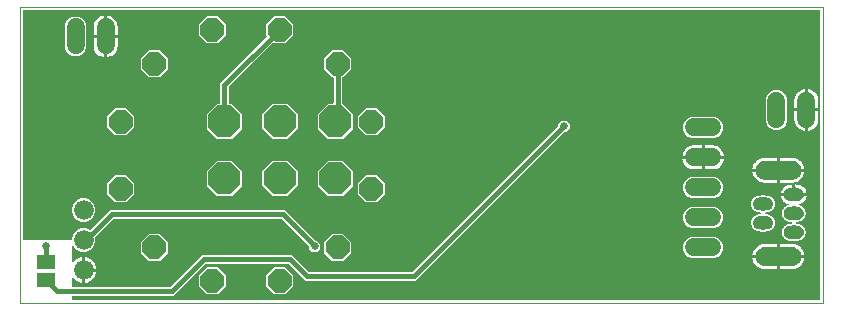
<source format=gbl>
G04 EAGLE Gerber RS-274X export*
G75*
%MOMM*%
%FSLAX34Y34*%
%LPD*%
%INBottom copper*%
%IPPOS*%
%AMOC8*
5,1,8,0,0,1.08239X$1,22.5*%
G01*
%ADD10C,0.000000*%
%ADD11P,2.927973X8X292.500000*%
%ADD12P,2.144431X8X292.500000*%
%ADD13C,1.524000*%
%ADD14R,1.600200X1.168400*%
%ADD15C,1.676400*%
%ADD16C,1.208000*%
%ADD17C,1.600000*%
%ADD18C,0.654800*%
%ADD19C,0.406400*%

G36*
X676890Y2552D02*
X676890Y2552D01*
X676956Y2554D01*
X676999Y2572D01*
X677046Y2580D01*
X677103Y2614D01*
X677163Y2639D01*
X677198Y2670D01*
X677239Y2695D01*
X677281Y2746D01*
X677329Y2790D01*
X677351Y2832D01*
X677380Y2869D01*
X677401Y2931D01*
X677432Y2990D01*
X677440Y3044D01*
X677452Y3081D01*
X677451Y3121D01*
X677459Y3175D01*
X677459Y246825D01*
X677448Y246890D01*
X677446Y246956D01*
X677428Y246999D01*
X677420Y247046D01*
X677386Y247103D01*
X677361Y247163D01*
X677330Y247198D01*
X677305Y247239D01*
X677254Y247281D01*
X677210Y247329D01*
X677168Y247351D01*
X677131Y247380D01*
X677069Y247401D01*
X677010Y247432D01*
X676956Y247440D01*
X676919Y247452D01*
X676879Y247451D01*
X676825Y247459D01*
X3175Y247459D01*
X3110Y247448D01*
X3044Y247446D01*
X3001Y247428D01*
X2954Y247420D01*
X2897Y247386D01*
X2837Y247361D01*
X2802Y247330D01*
X2761Y247305D01*
X2719Y247254D01*
X2671Y247210D01*
X2649Y247168D01*
X2620Y247131D01*
X2599Y247069D01*
X2568Y247010D01*
X2560Y246956D01*
X2548Y246919D01*
X2549Y246879D01*
X2541Y246825D01*
X2541Y53888D01*
X2552Y53823D01*
X2554Y53757D01*
X2572Y53713D01*
X2580Y53667D01*
X2614Y53610D01*
X2639Y53549D01*
X2670Y53514D01*
X2695Y53474D01*
X2746Y53432D01*
X2790Y53384D01*
X2832Y53362D01*
X2869Y53332D01*
X2931Y53311D01*
X2990Y53281D01*
X3044Y53273D01*
X3081Y53260D01*
X3121Y53262D01*
X3175Y53253D01*
X43180Y53253D01*
X43245Y53265D01*
X43311Y53267D01*
X43354Y53285D01*
X43401Y53293D01*
X43458Y53327D01*
X43518Y53351D01*
X43553Y53383D01*
X43594Y53407D01*
X43636Y53458D01*
X43684Y53503D01*
X43706Y53545D01*
X43735Y53581D01*
X43756Y53644D01*
X43787Y53702D01*
X43795Y53757D01*
X43807Y53794D01*
X43807Y53819D01*
X43807Y53821D01*
X43807Y53838D01*
X43814Y53888D01*
X43814Y54930D01*
X45323Y58571D01*
X48109Y61357D01*
X51750Y62866D01*
X55692Y62866D01*
X59061Y61470D01*
X59114Y61458D01*
X59164Y61437D01*
X59223Y61435D01*
X59280Y61422D01*
X59334Y61430D01*
X59388Y61427D01*
X59444Y61445D01*
X59503Y61454D01*
X59550Y61479D01*
X59602Y61496D01*
X59659Y61538D01*
X59700Y61560D01*
X59720Y61584D01*
X59752Y61607D01*
X76314Y78169D01*
X223961Y78169D01*
X249571Y52560D01*
X249605Y52535D01*
X249634Y52504D01*
X249697Y52472D01*
X249755Y52431D01*
X249796Y52421D01*
X249834Y52401D01*
X249923Y52388D01*
X249972Y52375D01*
X249993Y52378D01*
X250019Y52374D01*
X251513Y52374D01*
X254324Y49563D01*
X254324Y45587D01*
X251513Y42776D01*
X247537Y42776D01*
X244726Y45587D01*
X244726Y47081D01*
X244719Y47123D01*
X244721Y47165D01*
X244699Y47232D01*
X244687Y47302D01*
X244665Y47338D01*
X244652Y47379D01*
X244598Y47452D01*
X244572Y47495D01*
X244556Y47508D01*
X244540Y47529D01*
X221200Y70870D01*
X221169Y70892D01*
X221153Y70910D01*
X221150Y70911D01*
X221136Y70926D01*
X221074Y70958D01*
X221016Y70998D01*
X220975Y71009D01*
X220937Y71028D01*
X220847Y71041D01*
X220799Y71054D01*
X220778Y71052D01*
X220752Y71056D01*
X79523Y71056D01*
X79482Y71048D01*
X79439Y71050D01*
X79372Y71029D01*
X79303Y71016D01*
X79266Y70995D01*
X79226Y70982D01*
X79153Y70928D01*
X79109Y70902D01*
X79099Y70889D01*
X79093Y70886D01*
X79089Y70880D01*
X79075Y70870D01*
X63783Y55578D01*
X63752Y55534D01*
X63713Y55495D01*
X63688Y55442D01*
X63655Y55394D01*
X63641Y55341D01*
X63618Y55292D01*
X63614Y55233D01*
X63599Y55176D01*
X63605Y55123D01*
X63600Y55069D01*
X63617Y54999D01*
X63622Y54953D01*
X63628Y54942D01*
X63628Y50988D01*
X62119Y47347D01*
X59333Y44561D01*
X55692Y43052D01*
X51750Y43052D01*
X48109Y44561D01*
X45322Y47347D01*
X45238Y47552D01*
X45184Y47636D01*
X45132Y47723D01*
X45123Y47731D01*
X45117Y47741D01*
X45036Y47801D01*
X44958Y47865D01*
X44947Y47869D01*
X44937Y47876D01*
X44841Y47904D01*
X44745Y47937D01*
X44734Y47936D01*
X44722Y47940D01*
X44622Y47933D01*
X44521Y47930D01*
X44510Y47926D01*
X44498Y47925D01*
X44406Y47883D01*
X44313Y47846D01*
X44304Y47838D01*
X44294Y47833D01*
X44222Y47762D01*
X44148Y47694D01*
X44142Y47684D01*
X44134Y47675D01*
X44091Y47584D01*
X44045Y47495D01*
X44043Y47482D01*
X44039Y47472D01*
X44035Y47427D01*
X44017Y47309D01*
X44017Y34738D01*
X44022Y34712D01*
X44020Y34686D01*
X44042Y34602D01*
X44057Y34517D01*
X44071Y34494D01*
X44077Y34469D01*
X44127Y34398D01*
X44171Y34324D01*
X44192Y34307D01*
X44207Y34286D01*
X44278Y34237D01*
X44345Y34183D01*
X44371Y34174D01*
X44393Y34159D01*
X44476Y34138D01*
X44558Y34111D01*
X44584Y34112D01*
X44610Y34105D01*
X44696Y34115D01*
X44782Y34117D01*
X44807Y34127D01*
X44833Y34130D01*
X44910Y34169D01*
X44990Y34202D01*
X45010Y34220D01*
X45033Y34232D01*
X45127Y34327D01*
X45156Y34353D01*
X45159Y34359D01*
X45165Y34365D01*
X45390Y34675D01*
X46605Y35890D01*
X47996Y36901D01*
X49528Y37681D01*
X51163Y38213D01*
X52452Y38417D01*
X52452Y28194D01*
X52463Y28129D01*
X52465Y28064D01*
X52483Y28020D01*
X52491Y27973D01*
X52525Y27917D01*
X52550Y27856D01*
X52581Y27821D01*
X52606Y27780D01*
X52657Y27739D01*
X52701Y27690D01*
X52743Y27668D01*
X52780Y27639D01*
X52842Y27618D01*
X52901Y27588D01*
X52955Y27579D01*
X52992Y27567D01*
X53032Y27568D01*
X53086Y27560D01*
X53722Y27560D01*
X53722Y27558D01*
X53086Y27558D01*
X53021Y27546D01*
X52955Y27545D01*
X52912Y27527D01*
X52865Y27518D01*
X52808Y27485D01*
X52748Y27460D01*
X52713Y27428D01*
X52672Y27404D01*
X52631Y27353D01*
X52582Y27309D01*
X52560Y27267D01*
X52531Y27230D01*
X52510Y27168D01*
X52479Y27109D01*
X52471Y27055D01*
X52459Y27018D01*
X52460Y26978D01*
X52452Y26924D01*
X52452Y16701D01*
X51163Y16905D01*
X49528Y17437D01*
X47996Y18217D01*
X46605Y19228D01*
X45390Y20443D01*
X45165Y20753D01*
X45146Y20771D01*
X45132Y20794D01*
X45065Y20848D01*
X45003Y20908D01*
X44979Y20919D01*
X44958Y20935D01*
X44877Y20963D01*
X44797Y20997D01*
X44771Y20999D01*
X44745Y21007D01*
X44659Y21005D01*
X44573Y21009D01*
X44548Y21001D01*
X44521Y21001D01*
X44441Y20968D01*
X44359Y20943D01*
X44338Y20926D01*
X44313Y20916D01*
X44250Y20858D01*
X44181Y20805D01*
X44167Y20783D01*
X44148Y20765D01*
X44108Y20688D01*
X44063Y20615D01*
X44057Y20589D01*
X44045Y20565D01*
X44025Y20433D01*
X44018Y20395D01*
X44019Y20388D01*
X44017Y20380D01*
X44017Y13716D01*
X44029Y13651D01*
X44031Y13585D01*
X44049Y13542D01*
X44057Y13495D01*
X44091Y13438D01*
X44115Y13378D01*
X44147Y13343D01*
X44171Y13302D01*
X44222Y13260D01*
X44267Y13212D01*
X44309Y13190D01*
X44345Y13161D01*
X44408Y13140D01*
X44466Y13109D01*
X44521Y13101D01*
X44558Y13089D01*
X44597Y13090D01*
X44652Y13082D01*
X126852Y13082D01*
X126893Y13089D01*
X126936Y13087D01*
X127003Y13109D01*
X127072Y13121D01*
X127109Y13143D01*
X127149Y13156D01*
X127222Y13210D01*
X127266Y13236D01*
X127279Y13252D01*
X127300Y13268D01*
X154102Y40069D01*
X230073Y40069D01*
X244175Y25968D01*
X244210Y25943D01*
X244238Y25912D01*
X244301Y25880D01*
X244359Y25839D01*
X244400Y25829D01*
X244438Y25809D01*
X244528Y25796D01*
X244576Y25783D01*
X244597Y25786D01*
X244623Y25782D01*
X331639Y25782D01*
X331681Y25789D01*
X331723Y25787D01*
X331790Y25809D01*
X331860Y25821D01*
X331896Y25843D01*
X331937Y25856D01*
X332010Y25910D01*
X332053Y25936D01*
X332066Y25952D01*
X332087Y25968D01*
X455390Y149271D01*
X455415Y149305D01*
X455446Y149334D01*
X455478Y149397D01*
X455519Y149455D01*
X455529Y149496D01*
X455549Y149534D01*
X455562Y149623D01*
X455575Y149672D01*
X455572Y149693D01*
X455576Y149719D01*
X455576Y151213D01*
X458387Y154024D01*
X462363Y154024D01*
X465174Y151213D01*
X465174Y147237D01*
X462363Y144426D01*
X460869Y144426D01*
X460827Y144419D01*
X460785Y144421D01*
X460718Y144399D01*
X460648Y144387D01*
X460612Y144365D01*
X460571Y144352D01*
X460498Y144298D01*
X460455Y144272D01*
X460442Y144256D01*
X460421Y144240D01*
X334848Y18668D01*
X241414Y18668D01*
X239145Y20937D01*
X239145Y20938D01*
X227312Y32770D01*
X227278Y32794D01*
X227249Y32826D01*
X227186Y32858D01*
X227128Y32898D01*
X227087Y32909D01*
X227049Y32928D01*
X226960Y32941D01*
X226911Y32954D01*
X226890Y32952D01*
X226864Y32956D01*
X157311Y32956D01*
X157269Y32948D01*
X157227Y32950D01*
X157160Y32929D01*
X157090Y32916D01*
X157054Y32895D01*
X157013Y32882D01*
X156940Y32828D01*
X156897Y32802D01*
X156884Y32786D01*
X156863Y32770D01*
X130061Y5968D01*
X44652Y5968D01*
X44587Y5957D01*
X44521Y5955D01*
X44477Y5937D01*
X44431Y5929D01*
X44374Y5895D01*
X44313Y5870D01*
X44278Y5839D01*
X44238Y5814D01*
X44196Y5763D01*
X44148Y5719D01*
X44126Y5677D01*
X44096Y5640D01*
X44075Y5578D01*
X44045Y5519D01*
X44037Y5465D01*
X44024Y5428D01*
X44026Y5388D01*
X44017Y5334D01*
X44017Y3175D01*
X44029Y3110D01*
X44031Y3044D01*
X44049Y3001D01*
X44057Y2954D01*
X44091Y2897D01*
X44115Y2837D01*
X44147Y2802D01*
X44171Y2761D01*
X44222Y2719D01*
X44267Y2671D01*
X44309Y2649D01*
X44345Y2620D01*
X44408Y2599D01*
X44466Y2568D01*
X44521Y2560D01*
X44558Y2548D01*
X44597Y2549D01*
X44652Y2541D01*
X676825Y2541D01*
X676890Y2552D01*
G37*
%LPC*%
G36*
X166803Y138302D02*
X166803Y138302D01*
X157987Y147118D01*
X157987Y159587D01*
X166803Y168403D01*
X168847Y168403D01*
X168911Y168414D01*
X168977Y168416D01*
X169021Y168434D01*
X169067Y168442D01*
X169124Y168476D01*
X169185Y168501D01*
X169220Y168532D01*
X169261Y168557D01*
X169302Y168608D01*
X169351Y168652D01*
X169372Y168694D01*
X169402Y168731D01*
X169423Y168793D01*
X169453Y168852D01*
X169461Y168906D01*
X169474Y168943D01*
X169473Y168983D01*
X169481Y169037D01*
X169481Y185685D01*
X208652Y224856D01*
X208689Y224910D01*
X208734Y224958D01*
X208753Y225001D01*
X208780Y225040D01*
X208796Y225104D01*
X208822Y225164D01*
X208824Y225212D01*
X208836Y225257D01*
X208829Y225323D01*
X208832Y225388D01*
X208817Y225433D01*
X208813Y225480D01*
X208783Y225539D01*
X208763Y225602D01*
X208731Y225646D01*
X208713Y225682D01*
X208684Y225709D01*
X208652Y225753D01*
X208267Y226137D01*
X208267Y235607D01*
X214963Y242303D01*
X224433Y242303D01*
X231129Y235607D01*
X231129Y226137D01*
X224433Y219441D01*
X214963Y219441D01*
X214579Y219826D01*
X214525Y219863D01*
X214477Y219908D01*
X214433Y219927D01*
X214395Y219954D01*
X214331Y219970D01*
X214270Y219996D01*
X214223Y219998D01*
X214177Y220010D01*
X214112Y220003D01*
X214046Y220006D01*
X214001Y219992D01*
X213954Y219987D01*
X213895Y219957D01*
X213832Y219937D01*
X213788Y219905D01*
X213753Y219887D01*
X213726Y219858D01*
X213682Y219826D01*
X176780Y182924D01*
X176756Y182889D01*
X176724Y182860D01*
X176692Y182798D01*
X176652Y182740D01*
X176641Y182699D01*
X176622Y182661D01*
X176609Y182571D01*
X176596Y182523D01*
X176598Y182502D01*
X176594Y182476D01*
X176594Y169037D01*
X176606Y168972D01*
X176608Y168906D01*
X176626Y168863D01*
X176634Y168816D01*
X176667Y168759D01*
X176692Y168699D01*
X176724Y168664D01*
X176748Y168623D01*
X176799Y168581D01*
X176844Y168533D01*
X176886Y168511D01*
X176922Y168482D01*
X176984Y168461D01*
X177043Y168430D01*
X177098Y168422D01*
X177135Y168410D01*
X177174Y168411D01*
X177228Y168403D01*
X179272Y168403D01*
X188088Y159587D01*
X188088Y147118D01*
X179272Y138302D01*
X166803Y138302D01*
G37*
%LPD*%
%LPC*%
G36*
X260783Y138302D02*
X260783Y138302D01*
X251967Y147118D01*
X251967Y159587D01*
X260783Y168403D01*
X264783Y168403D01*
X264848Y168414D01*
X264914Y168416D01*
X264957Y168434D01*
X265004Y168442D01*
X265061Y168476D01*
X265121Y168501D01*
X265156Y168532D01*
X265197Y168557D01*
X265239Y168608D01*
X265287Y168652D01*
X265309Y168694D01*
X265338Y168731D01*
X265359Y168793D01*
X265390Y168852D01*
X265398Y168906D01*
X265410Y168943D01*
X265409Y168983D01*
X265417Y169037D01*
X265417Y190359D01*
X265406Y190424D01*
X265404Y190490D01*
X265386Y190533D01*
X265378Y190580D01*
X265344Y190637D01*
X265319Y190697D01*
X265288Y190732D01*
X265263Y190773D01*
X265212Y190815D01*
X265168Y190863D01*
X265126Y190885D01*
X265089Y190914D01*
X265027Y190935D01*
X264968Y190966D01*
X264914Y190974D01*
X264877Y190986D01*
X264837Y190985D01*
X264783Y190993D01*
X264239Y190993D01*
X257543Y197689D01*
X257543Y207159D01*
X264239Y213855D01*
X273709Y213855D01*
X280405Y207159D01*
X280405Y197689D01*
X273709Y190993D01*
X273165Y190993D01*
X273100Y190982D01*
X273034Y190980D01*
X272991Y190962D01*
X272944Y190954D01*
X272887Y190920D01*
X272827Y190895D01*
X272792Y190864D01*
X272751Y190839D01*
X272709Y190788D01*
X272661Y190744D01*
X272639Y190702D01*
X272610Y190665D01*
X272589Y190603D01*
X272558Y190544D01*
X272550Y190490D01*
X272538Y190453D01*
X272539Y190413D01*
X272531Y190359D01*
X272531Y169037D01*
X272542Y168972D01*
X272544Y168906D01*
X272562Y168863D01*
X272570Y168816D01*
X272604Y168759D01*
X272629Y168699D01*
X272660Y168664D01*
X272685Y168623D01*
X272736Y168581D01*
X272780Y168533D01*
X272822Y168511D01*
X272859Y168482D01*
X272921Y168461D01*
X272980Y168430D01*
X273034Y168422D01*
X273071Y168410D01*
X273111Y168411D01*
X273165Y168403D01*
X273252Y168403D01*
X282068Y159587D01*
X282068Y147118D01*
X273252Y138302D01*
X260783Y138302D01*
G37*
%LPD*%
%LPC*%
G36*
X166803Y90042D02*
X166803Y90042D01*
X157987Y98858D01*
X157987Y111327D01*
X166803Y120143D01*
X179272Y120143D01*
X188088Y111327D01*
X188088Y98858D01*
X179272Y90042D01*
X166803Y90042D01*
G37*
%LPD*%
%LPC*%
G36*
X213793Y90042D02*
X213793Y90042D01*
X204977Y98858D01*
X204977Y111327D01*
X213793Y120143D01*
X226262Y120143D01*
X235078Y111327D01*
X235078Y98858D01*
X226262Y90042D01*
X213793Y90042D01*
G37*
%LPD*%
%LPC*%
G36*
X260783Y90042D02*
X260783Y90042D01*
X251967Y98858D01*
X251967Y111327D01*
X260783Y120143D01*
X273252Y120143D01*
X282068Y111327D01*
X282068Y98858D01*
X273252Y90042D01*
X260783Y90042D01*
G37*
%LPD*%
%LPC*%
G36*
X213718Y138352D02*
X213718Y138352D01*
X204902Y147168D01*
X204902Y159636D01*
X213718Y168452D01*
X226186Y168452D01*
X235002Y159636D01*
X235002Y147168D01*
X226186Y138352D01*
X213718Y138352D01*
G37*
%LPD*%
%LPC*%
G36*
X653520Y52010D02*
X653520Y52010D01*
X652413Y52469D01*
X652383Y52475D01*
X652242Y52513D01*
X651947Y52546D01*
X651916Y52544D01*
X651876Y52550D01*
X651259Y52550D01*
X651211Y52542D01*
X651163Y52543D01*
X651086Y52519D01*
X651039Y52511D01*
X650526Y52690D01*
X650477Y52698D01*
X650388Y52722D01*
X649800Y52788D01*
X649790Y52796D01*
X649756Y52810D01*
X649726Y52830D01*
X649652Y52849D01*
X649581Y52876D01*
X649544Y52877D01*
X649538Y52878D01*
X649032Y53196D01*
X648985Y53215D01*
X648904Y53258D01*
X648345Y53453D01*
X648338Y53464D01*
X648308Y53484D01*
X648283Y53511D01*
X648215Y53546D01*
X648151Y53588D01*
X648116Y53597D01*
X648111Y53599D01*
X647688Y54022D01*
X647646Y54051D01*
X647577Y54111D01*
X647075Y54426D01*
X647071Y54437D01*
X647045Y54464D01*
X647027Y54496D01*
X646969Y54545D01*
X646916Y54600D01*
X646884Y54617D01*
X646879Y54620D01*
X646561Y55127D01*
X646527Y55164D01*
X646472Y55238D01*
X646054Y55656D01*
X646051Y55669D01*
X646033Y55700D01*
X646022Y55735D01*
X645976Y55796D01*
X645937Y55862D01*
X645909Y55885D01*
X645905Y55890D01*
X645708Y56454D01*
X645683Y56498D01*
X645646Y56582D01*
X645331Y57083D01*
X645332Y57096D01*
X645321Y57131D01*
X645318Y57167D01*
X645287Y57237D01*
X645264Y57310D01*
X645241Y57338D01*
X645239Y57344D01*
X645172Y57938D01*
X645158Y57986D01*
X645140Y58076D01*
X644945Y58635D01*
X644948Y58647D01*
X644945Y58684D01*
X644951Y58720D01*
X644936Y58795D01*
X644929Y58871D01*
X644914Y58904D01*
X644912Y58910D01*
X644979Y59504D01*
X644976Y59554D01*
X644979Y59646D01*
X644913Y60234D01*
X644919Y60245D01*
X644924Y60282D01*
X644938Y60315D01*
X644940Y60392D01*
X644950Y60467D01*
X644943Y60503D01*
X644943Y60509D01*
X645140Y61074D01*
X645148Y61123D01*
X645172Y61212D01*
X645238Y61800D01*
X645246Y61810D01*
X645260Y61844D01*
X645280Y61874D01*
X645299Y61948D01*
X645326Y62019D01*
X645327Y62056D01*
X645328Y62062D01*
X645646Y62568D01*
X645665Y62615D01*
X645708Y62696D01*
X645903Y63255D01*
X645914Y63262D01*
X645934Y63292D01*
X645961Y63317D01*
X645996Y63385D01*
X646038Y63449D01*
X646047Y63484D01*
X646049Y63489D01*
X646472Y63912D01*
X646501Y63954D01*
X646561Y64023D01*
X646876Y64525D01*
X646888Y64530D01*
X646914Y64555D01*
X646946Y64573D01*
X646995Y64631D01*
X647050Y64684D01*
X647067Y64716D01*
X647070Y64721D01*
X647577Y65039D01*
X647614Y65073D01*
X647688Y65128D01*
X648106Y65546D01*
X648119Y65549D01*
X648150Y65567D01*
X648185Y65578D01*
X648246Y65624D01*
X648312Y65663D01*
X648335Y65691D01*
X648340Y65695D01*
X648904Y65892D01*
X648948Y65917D01*
X649032Y65954D01*
X649533Y66269D01*
X649546Y66268D01*
X649581Y66279D01*
X649617Y66282D01*
X649687Y66313D01*
X649760Y66336D01*
X649788Y66359D01*
X649794Y66361D01*
X650388Y66428D01*
X650436Y66442D01*
X650526Y66460D01*
X651046Y66642D01*
X651073Y66628D01*
X651074Y66627D01*
X651153Y66616D01*
X651200Y66602D01*
X651226Y66605D01*
X651259Y66600D01*
X651876Y66600D01*
X651877Y66600D01*
X651878Y66600D01*
X651907Y66605D01*
X651947Y66604D01*
X652242Y66637D01*
X652272Y66646D01*
X652413Y66681D01*
X653156Y66989D01*
X653231Y67037D01*
X653310Y67079D01*
X653325Y67097D01*
X653345Y67110D01*
X653399Y67181D01*
X653457Y67248D01*
X653466Y67271D01*
X653480Y67290D01*
X653506Y67375D01*
X653537Y67458D01*
X653537Y67482D01*
X653544Y67505D01*
X653538Y67593D01*
X653539Y67682D01*
X653531Y67705D01*
X653529Y67728D01*
X653493Y67810D01*
X653462Y67893D01*
X653447Y67911D01*
X653437Y67933D01*
X653375Y67996D01*
X653317Y68064D01*
X653294Y68078D01*
X653280Y68093D01*
X653234Y68114D01*
X653156Y68161D01*
X652413Y68469D01*
X652395Y68473D01*
X652391Y68475D01*
X652376Y68477D01*
X652242Y68513D01*
X651947Y68546D01*
X651916Y68544D01*
X651876Y68550D01*
X651259Y68550D01*
X651211Y68542D01*
X651163Y68543D01*
X651086Y68519D01*
X651039Y68511D01*
X650526Y68690D01*
X650477Y68698D01*
X650388Y68722D01*
X649800Y68788D01*
X649790Y68796D01*
X649756Y68810D01*
X649726Y68830D01*
X649652Y68849D01*
X649581Y68876D01*
X649544Y68877D01*
X649538Y68878D01*
X649032Y69196D01*
X648985Y69215D01*
X648904Y69258D01*
X648345Y69453D01*
X648338Y69464D01*
X648308Y69484D01*
X648283Y69511D01*
X648215Y69546D01*
X648151Y69588D01*
X648116Y69597D01*
X648111Y69599D01*
X647688Y70022D01*
X647646Y70051D01*
X647577Y70111D01*
X647075Y70426D01*
X647071Y70437D01*
X647045Y70464D01*
X647027Y70496D01*
X646969Y70545D01*
X646916Y70600D01*
X646884Y70617D01*
X646879Y70620D01*
X646561Y71127D01*
X646527Y71164D01*
X646472Y71238D01*
X646054Y71656D01*
X646051Y71669D01*
X646033Y71700D01*
X646022Y71735D01*
X645976Y71796D01*
X645937Y71862D01*
X645909Y71885D01*
X645905Y71890D01*
X645708Y72454D01*
X645683Y72498D01*
X645646Y72582D01*
X645331Y73083D01*
X645332Y73096D01*
X645321Y73131D01*
X645318Y73167D01*
X645287Y73237D01*
X645264Y73310D01*
X645241Y73338D01*
X645239Y73344D01*
X645172Y73938D01*
X645158Y73986D01*
X645140Y74076D01*
X644945Y74635D01*
X644948Y74647D01*
X644945Y74684D01*
X644951Y74720D01*
X644936Y74795D01*
X644929Y74871D01*
X644914Y74904D01*
X644912Y74910D01*
X644979Y75504D01*
X644976Y75554D01*
X644979Y75646D01*
X644913Y76234D01*
X644919Y76245D01*
X644924Y76282D01*
X644938Y76315D01*
X644940Y76392D01*
X644950Y76467D01*
X644943Y76503D01*
X644943Y76509D01*
X645140Y77074D01*
X645148Y77123D01*
X645172Y77212D01*
X645238Y77800D01*
X645246Y77810D01*
X645260Y77844D01*
X645280Y77874D01*
X645299Y77948D01*
X645326Y78019D01*
X645327Y78056D01*
X645328Y78062D01*
X645646Y78568D01*
X645665Y78615D01*
X645708Y78696D01*
X645903Y79255D01*
X645914Y79262D01*
X645934Y79292D01*
X645961Y79317D01*
X645996Y79385D01*
X646038Y79449D01*
X646047Y79484D01*
X646049Y79489D01*
X646472Y79912D01*
X646501Y79954D01*
X646561Y80023D01*
X646876Y80525D01*
X646887Y80529D01*
X646914Y80555D01*
X646946Y80573D01*
X646995Y80631D01*
X647050Y80684D01*
X647067Y80716D01*
X647070Y80721D01*
X647577Y81039D01*
X647614Y81073D01*
X647688Y81128D01*
X648106Y81546D01*
X648119Y81549D01*
X648150Y81567D01*
X648185Y81578D01*
X648246Y81624D01*
X648312Y81663D01*
X648335Y81691D01*
X648340Y81695D01*
X648904Y81892D01*
X648948Y81917D01*
X649032Y81954D01*
X649533Y82269D01*
X649546Y82268D01*
X649581Y82279D01*
X649617Y82282D01*
X649687Y82313D01*
X649760Y82336D01*
X649788Y82359D01*
X649794Y82361D01*
X650388Y82428D01*
X650427Y82440D01*
X650438Y82439D01*
X650460Y82447D01*
X650526Y82460D01*
X650547Y82467D01*
X650580Y82485D01*
X650603Y82492D01*
X650615Y82501D01*
X650650Y82514D01*
X650694Y82550D01*
X650743Y82577D01*
X650779Y82621D01*
X650823Y82657D01*
X650851Y82706D01*
X650887Y82749D01*
X650906Y82802D01*
X650935Y82851D01*
X650944Y82907D01*
X650963Y82960D01*
X650963Y83017D01*
X650972Y83073D01*
X650961Y83128D01*
X650961Y83184D01*
X650941Y83237D01*
X650930Y83293D01*
X650901Y83341D01*
X650881Y83394D01*
X650843Y83436D01*
X650814Y83485D01*
X650770Y83520D01*
X650732Y83562D01*
X650682Y83589D01*
X650638Y83624D01*
X650575Y83647D01*
X650535Y83669D01*
X650503Y83673D01*
X650462Y83688D01*
X649679Y83843D01*
X648630Y84278D01*
X648216Y84449D01*
X647108Y85190D01*
X646899Y85329D01*
X645779Y86449D01*
X644899Y87766D01*
X644293Y89230D01*
X644079Y90306D01*
X646678Y90306D01*
X646679Y90298D01*
X647049Y89241D01*
X647071Y89204D01*
X647097Y89140D01*
X647693Y88192D01*
X647723Y88161D01*
X647763Y88105D01*
X648555Y87313D01*
X648591Y87289D01*
X648642Y87243D01*
X649590Y86647D01*
X649630Y86632D01*
X649691Y86599D01*
X650748Y86229D01*
X650790Y86223D01*
X650857Y86204D01*
X651969Y86079D01*
X651994Y86081D01*
X652025Y86076D01*
X658025Y86076D01*
X658049Y86081D01*
X658081Y86079D01*
X659194Y86204D01*
X659235Y86218D01*
X659302Y86229D01*
X660359Y86599D01*
X660380Y86611D01*
X660396Y86615D01*
X660419Y86630D01*
X660460Y86647D01*
X661408Y87243D01*
X661439Y87273D01*
X661495Y87313D01*
X662287Y88105D01*
X662311Y88141D01*
X662357Y88192D01*
X662953Y89140D01*
X662968Y89180D01*
X663001Y89241D01*
X663371Y90298D01*
X663372Y90306D01*
X665971Y90306D01*
X665757Y89230D01*
X665151Y87766D01*
X664271Y86449D01*
X663151Y85329D01*
X661834Y84449D01*
X660370Y83843D01*
X659588Y83688D01*
X659535Y83667D01*
X659479Y83656D01*
X659432Y83626D01*
X659380Y83606D01*
X659337Y83568D01*
X659288Y83538D01*
X659254Y83493D01*
X659212Y83456D01*
X659186Y83406D01*
X659151Y83360D01*
X659134Y83307D01*
X659108Y83258D01*
X659100Y83201D01*
X659083Y83146D01*
X659086Y83091D01*
X659079Y83035D01*
X659091Y82979D01*
X659094Y82922D01*
X659116Y82871D01*
X659129Y82817D01*
X659160Y82769D01*
X659183Y82716D01*
X659221Y82676D01*
X659252Y82629D01*
X659298Y82595D01*
X659338Y82554D01*
X659397Y82523D01*
X659433Y82496D01*
X659465Y82487D01*
X659481Y82476D01*
X659489Y82474D01*
X659504Y82467D01*
X659525Y82459D01*
X659574Y82451D01*
X659662Y82428D01*
X660250Y82362D01*
X660260Y82354D01*
X660294Y82340D01*
X660324Y82320D01*
X660398Y82301D01*
X660469Y82274D01*
X660506Y82273D01*
X660512Y82272D01*
X661018Y81954D01*
X661065Y81935D01*
X661146Y81892D01*
X661705Y81697D01*
X661712Y81686D01*
X661742Y81666D01*
X661767Y81639D01*
X661835Y81604D01*
X661899Y81562D01*
X661934Y81553D01*
X661939Y81551D01*
X662362Y81128D01*
X662404Y81099D01*
X662473Y81039D01*
X662975Y80724D01*
X662979Y80713D01*
X663005Y80686D01*
X663023Y80654D01*
X663081Y80605D01*
X663134Y80550D01*
X663166Y80533D01*
X663171Y80530D01*
X663489Y80023D01*
X663523Y79986D01*
X663578Y79912D01*
X663996Y79494D01*
X663999Y79481D01*
X664017Y79450D01*
X664028Y79415D01*
X664074Y79354D01*
X664113Y79288D01*
X664141Y79265D01*
X664145Y79260D01*
X664342Y78696D01*
X664367Y78652D01*
X664404Y78568D01*
X664719Y78067D01*
X664718Y78054D01*
X664729Y78019D01*
X664732Y77983D01*
X664763Y77913D01*
X664786Y77840D01*
X664809Y77812D01*
X664811Y77806D01*
X664878Y77212D01*
X664892Y77164D01*
X664910Y77074D01*
X665105Y76515D01*
X665102Y76503D01*
X665105Y76466D01*
X665099Y76430D01*
X665114Y76355D01*
X665121Y76279D01*
X665136Y76246D01*
X665138Y76240D01*
X665071Y75646D01*
X665074Y75596D01*
X665071Y75504D01*
X665137Y74916D01*
X665131Y74905D01*
X665126Y74868D01*
X665112Y74835D01*
X665110Y74758D01*
X665100Y74683D01*
X665107Y74647D01*
X665107Y74641D01*
X664910Y74076D01*
X664902Y74027D01*
X664878Y73938D01*
X664812Y73350D01*
X664804Y73340D01*
X664790Y73306D01*
X664770Y73276D01*
X664751Y73202D01*
X664724Y73131D01*
X664723Y73094D01*
X664722Y73088D01*
X664404Y72582D01*
X664385Y72535D01*
X664342Y72454D01*
X664147Y71895D01*
X664136Y71888D01*
X664116Y71858D01*
X664089Y71833D01*
X664054Y71765D01*
X664012Y71701D01*
X664003Y71666D01*
X664001Y71661D01*
X663578Y71238D01*
X663549Y71196D01*
X663489Y71127D01*
X663174Y70625D01*
X663163Y70621D01*
X663136Y70595D01*
X663104Y70577D01*
X663055Y70519D01*
X663000Y70466D01*
X662984Y70434D01*
X662980Y70429D01*
X662473Y70111D01*
X662436Y70077D01*
X662362Y70022D01*
X661944Y69604D01*
X661931Y69601D01*
X661900Y69583D01*
X661865Y69572D01*
X661804Y69526D01*
X661738Y69487D01*
X661715Y69459D01*
X661710Y69455D01*
X661146Y69258D01*
X661102Y69233D01*
X661018Y69196D01*
X660517Y68881D01*
X660504Y68882D01*
X660469Y68871D01*
X660433Y68868D01*
X660363Y68837D01*
X660290Y68814D01*
X660262Y68791D01*
X660256Y68789D01*
X659662Y68722D01*
X659614Y68708D01*
X659524Y68690D01*
X659004Y68508D01*
X658976Y68523D01*
X658897Y68534D01*
X658850Y68548D01*
X658824Y68545D01*
X658791Y68550D01*
X658174Y68550D01*
X658144Y68545D01*
X658103Y68546D01*
X657808Y68513D01*
X657778Y68504D01*
X657637Y68469D01*
X656894Y68161D01*
X656819Y68113D01*
X656740Y68070D01*
X656725Y68053D01*
X656705Y68040D01*
X656651Y67969D01*
X656593Y67902D01*
X656584Y67879D01*
X656570Y67860D01*
X656545Y67775D01*
X656513Y67692D01*
X656513Y67668D01*
X656506Y67645D01*
X656512Y67556D01*
X656511Y67468D01*
X656519Y67445D01*
X656521Y67422D01*
X656557Y67340D01*
X656588Y67257D01*
X656603Y67239D01*
X656613Y67217D01*
X656675Y67153D01*
X656733Y67086D01*
X656756Y67072D01*
X656770Y67057D01*
X656816Y67036D01*
X656894Y66989D01*
X657637Y66681D01*
X657667Y66675D01*
X657808Y66637D01*
X658103Y66604D01*
X658134Y66606D01*
X658172Y66600D01*
X658173Y66600D01*
X658174Y66600D01*
X658791Y66600D01*
X658839Y66608D01*
X658887Y66607D01*
X658964Y66631D01*
X659011Y66639D01*
X659524Y66460D01*
X659573Y66452D01*
X659662Y66428D01*
X660250Y66362D01*
X660260Y66354D01*
X660294Y66340D01*
X660324Y66320D01*
X660398Y66301D01*
X660469Y66274D01*
X660506Y66273D01*
X660512Y66272D01*
X661018Y65954D01*
X661065Y65935D01*
X661146Y65892D01*
X661705Y65697D01*
X661712Y65686D01*
X661742Y65666D01*
X661767Y65639D01*
X661835Y65604D01*
X661899Y65562D01*
X661934Y65553D01*
X661939Y65551D01*
X662362Y65128D01*
X662404Y65099D01*
X662473Y65039D01*
X662975Y64724D01*
X662979Y64713D01*
X663005Y64686D01*
X663023Y64654D01*
X663081Y64605D01*
X663134Y64550D01*
X663166Y64533D01*
X663171Y64530D01*
X663489Y64023D01*
X663523Y63986D01*
X663578Y63912D01*
X663996Y63494D01*
X663999Y63481D01*
X664017Y63450D01*
X664028Y63415D01*
X664074Y63354D01*
X664113Y63288D01*
X664141Y63265D01*
X664145Y63260D01*
X664342Y62696D01*
X664367Y62652D01*
X664404Y62568D01*
X664719Y62067D01*
X664718Y62054D01*
X664729Y62019D01*
X664732Y61983D01*
X664763Y61913D01*
X664786Y61840D01*
X664809Y61812D01*
X664811Y61806D01*
X664878Y61212D01*
X664892Y61164D01*
X664910Y61074D01*
X665105Y60515D01*
X665102Y60503D01*
X665105Y60466D01*
X665099Y60430D01*
X665114Y60355D01*
X665121Y60279D01*
X665136Y60246D01*
X665138Y60240D01*
X665071Y59646D01*
X665074Y59596D01*
X665071Y59504D01*
X665137Y58916D01*
X665131Y58905D01*
X665126Y58868D01*
X665112Y58835D01*
X665110Y58758D01*
X665100Y58683D01*
X665107Y58647D01*
X665107Y58641D01*
X664910Y58076D01*
X664902Y58027D01*
X664878Y57938D01*
X664812Y57350D01*
X664804Y57340D01*
X664790Y57306D01*
X664770Y57276D01*
X664751Y57202D01*
X664724Y57131D01*
X664723Y57094D01*
X664722Y57088D01*
X664404Y56582D01*
X664385Y56535D01*
X664342Y56454D01*
X664147Y55895D01*
X664136Y55888D01*
X664116Y55858D01*
X664089Y55833D01*
X664054Y55765D01*
X664012Y55701D01*
X664003Y55666D01*
X664001Y55661D01*
X663578Y55238D01*
X663549Y55196D01*
X663489Y55127D01*
X663174Y54625D01*
X663163Y54621D01*
X663136Y54595D01*
X663104Y54577D01*
X663055Y54519D01*
X663000Y54466D01*
X662983Y54434D01*
X662980Y54429D01*
X662473Y54111D01*
X662436Y54077D01*
X662362Y54022D01*
X661944Y53604D01*
X661931Y53601D01*
X661900Y53583D01*
X661865Y53572D01*
X661804Y53526D01*
X661738Y53487D01*
X661715Y53459D01*
X661710Y53455D01*
X661146Y53258D01*
X661117Y53242D01*
X661114Y53241D01*
X661097Y53231D01*
X661018Y53196D01*
X660517Y52881D01*
X660504Y52882D01*
X660469Y52871D01*
X660433Y52868D01*
X660363Y52837D01*
X660290Y52814D01*
X660262Y52791D01*
X660256Y52789D01*
X659662Y52722D01*
X659614Y52708D01*
X659524Y52690D01*
X659004Y52508D01*
X658976Y52523D01*
X658897Y52534D01*
X658850Y52548D01*
X658824Y52545D01*
X658791Y52550D01*
X658174Y52550D01*
X658144Y52545D01*
X658103Y52546D01*
X657808Y52513D01*
X657778Y52504D01*
X657637Y52469D01*
X656530Y52010D01*
X653520Y52010D01*
G37*
%LPD*%
%LPC*%
G36*
X568946Y37555D02*
X568946Y37555D01*
X565585Y38947D01*
X563012Y41520D01*
X561620Y44881D01*
X561620Y48519D01*
X563012Y51880D01*
X565585Y54453D01*
X568946Y55845D01*
X587824Y55845D01*
X591185Y54453D01*
X593758Y51880D01*
X595150Y48519D01*
X595150Y44881D01*
X593758Y41520D01*
X591185Y38947D01*
X587824Y37555D01*
X568946Y37555D01*
G37*
%LPD*%
%LPC*%
G36*
X568946Y139155D02*
X568946Y139155D01*
X565585Y140547D01*
X563012Y143120D01*
X561620Y146481D01*
X561620Y150119D01*
X563012Y153480D01*
X565585Y156053D01*
X568946Y157445D01*
X587824Y157445D01*
X591185Y156053D01*
X593758Y153480D01*
X595150Y150119D01*
X595150Y146481D01*
X593758Y143120D01*
X591185Y140547D01*
X587824Y139155D01*
X568946Y139155D01*
G37*
%LPD*%
%LPC*%
G36*
X568946Y88355D02*
X568946Y88355D01*
X565585Y89747D01*
X563012Y92320D01*
X561620Y95681D01*
X561620Y99319D01*
X563012Y102680D01*
X565585Y105253D01*
X568946Y106645D01*
X587824Y106645D01*
X591185Y105253D01*
X593758Y102680D01*
X595150Y99319D01*
X595150Y95681D01*
X593758Y92320D01*
X591185Y89747D01*
X587824Y88355D01*
X568946Y88355D01*
G37*
%LPD*%
%LPC*%
G36*
X45171Y208660D02*
X45171Y208660D01*
X41810Y210052D01*
X39237Y212625D01*
X37845Y215986D01*
X37845Y234864D01*
X39237Y238225D01*
X41810Y240798D01*
X45171Y242190D01*
X48809Y242190D01*
X52170Y240798D01*
X54743Y238225D01*
X56135Y234864D01*
X56135Y215986D01*
X54743Y212625D01*
X52170Y210052D01*
X48809Y208660D01*
X45171Y208660D01*
G37*
%LPD*%
%LPC*%
G36*
X638561Y146450D02*
X638561Y146450D01*
X635200Y147842D01*
X632627Y150415D01*
X631235Y153776D01*
X631235Y172654D01*
X632627Y176015D01*
X635200Y178588D01*
X638561Y179980D01*
X642199Y179980D01*
X645560Y178588D01*
X648133Y176015D01*
X649525Y172654D01*
X649525Y153776D01*
X648133Y150415D01*
X645560Y147842D01*
X642199Y146450D01*
X638561Y146450D01*
G37*
%LPD*%
%LPC*%
G36*
X568946Y62955D02*
X568946Y62955D01*
X565585Y64347D01*
X563012Y66920D01*
X561620Y70281D01*
X561620Y73919D01*
X563012Y77280D01*
X565585Y79853D01*
X568946Y81245D01*
X587824Y81245D01*
X591185Y79853D01*
X593758Y77280D01*
X595150Y73919D01*
X595150Y70281D01*
X593758Y66920D01*
X591185Y64347D01*
X587824Y62955D01*
X568946Y62955D01*
G37*
%LPD*%
%LPC*%
G36*
X627520Y60010D02*
X627520Y60010D01*
X626413Y60469D01*
X626383Y60475D01*
X626242Y60513D01*
X625947Y60546D01*
X625916Y60544D01*
X625876Y60550D01*
X625259Y60550D01*
X625211Y60542D01*
X625163Y60543D01*
X625086Y60519D01*
X625039Y60511D01*
X624526Y60690D01*
X624477Y60698D01*
X624388Y60722D01*
X623800Y60788D01*
X623790Y60796D01*
X623756Y60810D01*
X623726Y60830D01*
X623652Y60849D01*
X623581Y60876D01*
X623544Y60877D01*
X623538Y60878D01*
X623032Y61196D01*
X622985Y61215D01*
X622904Y61258D01*
X622345Y61453D01*
X622338Y61464D01*
X622308Y61484D01*
X622283Y61511D01*
X622215Y61546D01*
X622151Y61588D01*
X622116Y61597D01*
X622111Y61599D01*
X621688Y62022D01*
X621646Y62051D01*
X621577Y62111D01*
X621075Y62426D01*
X621071Y62437D01*
X621045Y62464D01*
X621027Y62496D01*
X620969Y62545D01*
X620916Y62600D01*
X620884Y62617D01*
X620879Y62620D01*
X620561Y63127D01*
X620527Y63164D01*
X620472Y63238D01*
X620054Y63656D01*
X620051Y63669D01*
X620033Y63700D01*
X620022Y63735D01*
X619976Y63796D01*
X619937Y63862D01*
X619909Y63885D01*
X619905Y63890D01*
X619708Y64454D01*
X619683Y64498D01*
X619646Y64582D01*
X619331Y65083D01*
X619332Y65096D01*
X619321Y65131D01*
X619318Y65167D01*
X619287Y65237D01*
X619264Y65310D01*
X619241Y65338D01*
X619239Y65344D01*
X619172Y65938D01*
X619158Y65986D01*
X619140Y66076D01*
X618945Y66635D01*
X618948Y66647D01*
X618945Y66684D01*
X618951Y66720D01*
X618936Y66795D01*
X618929Y66871D01*
X618914Y66904D01*
X618912Y66910D01*
X618979Y67504D01*
X618976Y67554D01*
X618979Y67646D01*
X618913Y68234D01*
X618919Y68245D01*
X618924Y68282D01*
X618938Y68315D01*
X618940Y68392D01*
X618950Y68467D01*
X618943Y68503D01*
X618943Y68509D01*
X619140Y69074D01*
X619148Y69123D01*
X619172Y69212D01*
X619238Y69800D01*
X619246Y69810D01*
X619260Y69844D01*
X619280Y69874D01*
X619299Y69948D01*
X619326Y70019D01*
X619327Y70056D01*
X619328Y70062D01*
X619646Y70568D01*
X619665Y70615D01*
X619708Y70696D01*
X619903Y71255D01*
X619914Y71262D01*
X619934Y71292D01*
X619961Y71317D01*
X619996Y71385D01*
X620038Y71449D01*
X620047Y71484D01*
X620049Y71489D01*
X620472Y71912D01*
X620501Y71954D01*
X620561Y72023D01*
X620876Y72525D01*
X620887Y72529D01*
X620914Y72555D01*
X620946Y72573D01*
X620995Y72631D01*
X621050Y72684D01*
X621066Y72716D01*
X621070Y72721D01*
X621577Y73039D01*
X621613Y73072D01*
X621654Y73096D01*
X621667Y73112D01*
X621688Y73128D01*
X622106Y73546D01*
X622119Y73549D01*
X622150Y73567D01*
X622185Y73578D01*
X622246Y73624D01*
X622312Y73663D01*
X622335Y73691D01*
X622340Y73695D01*
X622904Y73892D01*
X622948Y73917D01*
X623032Y73954D01*
X623533Y74269D01*
X623546Y74268D01*
X623581Y74279D01*
X623617Y74282D01*
X623687Y74313D01*
X623760Y74336D01*
X623788Y74359D01*
X623794Y74361D01*
X624388Y74428D01*
X624436Y74442D01*
X624526Y74460D01*
X625046Y74642D01*
X625074Y74627D01*
X625153Y74616D01*
X625200Y74602D01*
X625226Y74605D01*
X625259Y74600D01*
X625876Y74600D01*
X625906Y74605D01*
X625947Y74604D01*
X626242Y74637D01*
X626272Y74646D01*
X626413Y74681D01*
X627157Y74989D01*
X627231Y75037D01*
X627310Y75080D01*
X627325Y75097D01*
X627345Y75110D01*
X627399Y75181D01*
X627457Y75248D01*
X627466Y75271D01*
X627480Y75290D01*
X627506Y75375D01*
X627537Y75458D01*
X627537Y75482D01*
X627544Y75505D01*
X627538Y75594D01*
X627539Y75682D01*
X627531Y75705D01*
X627529Y75728D01*
X627493Y75810D01*
X627462Y75893D01*
X627447Y75911D01*
X627437Y75933D01*
X627375Y75997D01*
X627317Y76064D01*
X627295Y76078D01*
X627280Y76093D01*
X627234Y76114D01*
X627156Y76161D01*
X626413Y76469D01*
X626383Y76475D01*
X626242Y76513D01*
X625947Y76546D01*
X625916Y76544D01*
X625876Y76550D01*
X625259Y76550D01*
X625211Y76542D01*
X625163Y76543D01*
X625086Y76519D01*
X625039Y76511D01*
X624526Y76690D01*
X624477Y76698D01*
X624388Y76722D01*
X623800Y76788D01*
X623790Y76796D01*
X623756Y76810D01*
X623726Y76830D01*
X623652Y76849D01*
X623581Y76876D01*
X623544Y76877D01*
X623538Y76878D01*
X623032Y77196D01*
X622985Y77215D01*
X622904Y77258D01*
X622345Y77453D01*
X622338Y77464D01*
X622308Y77484D01*
X622283Y77511D01*
X622215Y77546D01*
X622151Y77588D01*
X622116Y77597D01*
X622111Y77599D01*
X621688Y78022D01*
X621646Y78051D01*
X621577Y78111D01*
X621075Y78426D01*
X621071Y78437D01*
X621045Y78464D01*
X621027Y78496D01*
X620969Y78545D01*
X620916Y78600D01*
X620884Y78617D01*
X620879Y78620D01*
X620561Y79127D01*
X620527Y79164D01*
X620472Y79238D01*
X620054Y79656D01*
X620051Y79669D01*
X620033Y79700D01*
X620022Y79735D01*
X619976Y79796D01*
X619937Y79862D01*
X619909Y79885D01*
X619905Y79890D01*
X619708Y80454D01*
X619683Y80498D01*
X619646Y80582D01*
X619331Y81083D01*
X619332Y81096D01*
X619321Y81131D01*
X619318Y81167D01*
X619287Y81237D01*
X619264Y81310D01*
X619241Y81338D01*
X619239Y81344D01*
X619172Y81938D01*
X619158Y81986D01*
X619140Y82076D01*
X618945Y82635D01*
X618948Y82647D01*
X618945Y82684D01*
X618951Y82720D01*
X618936Y82795D01*
X618929Y82871D01*
X618914Y82904D01*
X618912Y82910D01*
X618979Y83504D01*
X618976Y83554D01*
X618979Y83646D01*
X618913Y84234D01*
X618919Y84245D01*
X618924Y84282D01*
X618938Y84315D01*
X618940Y84392D01*
X618950Y84467D01*
X618943Y84503D01*
X618943Y84509D01*
X619140Y85074D01*
X619148Y85123D01*
X619172Y85212D01*
X619238Y85800D01*
X619246Y85810D01*
X619260Y85844D01*
X619280Y85874D01*
X619299Y85948D01*
X619326Y86019D01*
X619327Y86056D01*
X619328Y86062D01*
X619646Y86568D01*
X619652Y86581D01*
X619659Y86590D01*
X619671Y86626D01*
X619708Y86696D01*
X619903Y87255D01*
X619914Y87262D01*
X619934Y87292D01*
X619961Y87317D01*
X619996Y87385D01*
X620038Y87449D01*
X620047Y87484D01*
X620049Y87489D01*
X620472Y87912D01*
X620501Y87954D01*
X620561Y88023D01*
X620876Y88525D01*
X620887Y88529D01*
X620914Y88555D01*
X620946Y88573D01*
X620995Y88631D01*
X621050Y88684D01*
X621067Y88716D01*
X621070Y88721D01*
X621577Y89039D01*
X621614Y89073D01*
X621688Y89128D01*
X622106Y89546D01*
X622119Y89549D01*
X622150Y89567D01*
X622185Y89578D01*
X622246Y89624D01*
X622312Y89663D01*
X622335Y89691D01*
X622340Y89695D01*
X622904Y89892D01*
X622948Y89917D01*
X623032Y89954D01*
X623533Y90269D01*
X623546Y90268D01*
X623581Y90279D01*
X623617Y90282D01*
X623687Y90313D01*
X623760Y90336D01*
X623788Y90359D01*
X623794Y90361D01*
X624388Y90428D01*
X624436Y90442D01*
X624526Y90460D01*
X625046Y90642D01*
X625074Y90627D01*
X625153Y90616D01*
X625200Y90602D01*
X625226Y90605D01*
X625259Y90600D01*
X625876Y90600D01*
X625906Y90605D01*
X625947Y90604D01*
X626242Y90637D01*
X626272Y90646D01*
X626413Y90681D01*
X627520Y91140D01*
X630530Y91140D01*
X631637Y90681D01*
X631667Y90675D01*
X631808Y90637D01*
X632103Y90604D01*
X632134Y90606D01*
X632174Y90600D01*
X632791Y90600D01*
X632839Y90608D01*
X632887Y90607D01*
X632964Y90631D01*
X633011Y90639D01*
X633524Y90460D01*
X633573Y90452D01*
X633662Y90428D01*
X634250Y90362D01*
X634260Y90354D01*
X634294Y90340D01*
X634324Y90320D01*
X634398Y90301D01*
X634469Y90274D01*
X634506Y90273D01*
X634512Y90272D01*
X635018Y89954D01*
X635065Y89935D01*
X635146Y89892D01*
X635705Y89697D01*
X635712Y89686D01*
X635742Y89666D01*
X635767Y89639D01*
X635835Y89604D01*
X635899Y89562D01*
X635934Y89553D01*
X635939Y89551D01*
X636362Y89128D01*
X636404Y89099D01*
X636473Y89039D01*
X636975Y88724D01*
X636980Y88712D01*
X637005Y88686D01*
X637023Y88654D01*
X637081Y88605D01*
X637134Y88550D01*
X637166Y88533D01*
X637171Y88530D01*
X637489Y88023D01*
X637523Y87986D01*
X637578Y87912D01*
X637996Y87494D01*
X637999Y87481D01*
X638017Y87450D01*
X638028Y87415D01*
X638074Y87354D01*
X638113Y87288D01*
X638141Y87265D01*
X638145Y87260D01*
X638342Y86696D01*
X638367Y86652D01*
X638404Y86568D01*
X638719Y86067D01*
X638718Y86054D01*
X638729Y86019D01*
X638732Y85983D01*
X638763Y85913D01*
X638786Y85840D01*
X638809Y85812D01*
X638811Y85806D01*
X638878Y85212D01*
X638892Y85164D01*
X638910Y85074D01*
X639105Y84515D01*
X639102Y84503D01*
X639105Y84466D01*
X639099Y84430D01*
X639114Y84355D01*
X639121Y84279D01*
X639136Y84246D01*
X639138Y84240D01*
X639071Y83646D01*
X639074Y83596D01*
X639071Y83504D01*
X639137Y82916D01*
X639131Y82905D01*
X639126Y82868D01*
X639112Y82835D01*
X639110Y82758D01*
X639100Y82683D01*
X639107Y82647D01*
X639107Y82641D01*
X638910Y82076D01*
X638902Y82027D01*
X638878Y81938D01*
X638812Y81350D01*
X638803Y81340D01*
X638790Y81306D01*
X638770Y81276D01*
X638751Y81202D01*
X638724Y81130D01*
X638723Y81094D01*
X638722Y81088D01*
X638404Y80582D01*
X638385Y80535D01*
X638342Y80454D01*
X638147Y79895D01*
X638136Y79888D01*
X638116Y79858D01*
X638089Y79833D01*
X638054Y79765D01*
X638012Y79701D01*
X638003Y79666D01*
X638001Y79661D01*
X637578Y79238D01*
X637549Y79196D01*
X637489Y79127D01*
X637174Y78625D01*
X637163Y78621D01*
X637136Y78595D01*
X637104Y78577D01*
X637055Y78519D01*
X637000Y78466D01*
X636983Y78434D01*
X636980Y78429D01*
X636473Y78111D01*
X636436Y78077D01*
X636362Y78022D01*
X635944Y77604D01*
X635931Y77601D01*
X635900Y77583D01*
X635865Y77572D01*
X635804Y77526D01*
X635738Y77487D01*
X635715Y77459D01*
X635710Y77455D01*
X635146Y77258D01*
X635102Y77233D01*
X635018Y77196D01*
X634517Y76881D01*
X634504Y76882D01*
X634469Y76871D01*
X634433Y76868D01*
X634363Y76837D01*
X634290Y76814D01*
X634262Y76791D01*
X634256Y76789D01*
X633662Y76722D01*
X633614Y76708D01*
X633524Y76690D01*
X633004Y76508D01*
X632976Y76523D01*
X632897Y76534D01*
X632850Y76548D01*
X632824Y76545D01*
X632791Y76550D01*
X632174Y76550D01*
X632144Y76545D01*
X632103Y76546D01*
X631808Y76513D01*
X631778Y76504D01*
X631637Y76469D01*
X630894Y76161D01*
X630819Y76113D01*
X630740Y76071D01*
X630725Y76053D01*
X630705Y76040D01*
X630651Y75969D01*
X630593Y75902D01*
X630584Y75879D01*
X630570Y75860D01*
X630544Y75775D01*
X630513Y75692D01*
X630513Y75668D01*
X630506Y75645D01*
X630512Y75556D01*
X630511Y75468D01*
X630519Y75445D01*
X630521Y75422D01*
X630557Y75340D01*
X630588Y75257D01*
X630603Y75239D01*
X630613Y75217D01*
X630675Y75153D01*
X630733Y75086D01*
X630756Y75072D01*
X630770Y75057D01*
X630816Y75036D01*
X630893Y74989D01*
X631637Y74681D01*
X631667Y74675D01*
X631808Y74637D01*
X632103Y74604D01*
X632134Y74606D01*
X632174Y74600D01*
X632791Y74600D01*
X632839Y74608D01*
X632887Y74607D01*
X632964Y74631D01*
X633011Y74639D01*
X633524Y74460D01*
X633573Y74452D01*
X633662Y74428D01*
X634250Y74362D01*
X634260Y74354D01*
X634294Y74340D01*
X634324Y74320D01*
X634398Y74301D01*
X634469Y74274D01*
X634506Y74273D01*
X634512Y74272D01*
X635018Y73954D01*
X635065Y73935D01*
X635146Y73892D01*
X635705Y73696D01*
X635712Y73686D01*
X635742Y73666D01*
X635767Y73639D01*
X635835Y73604D01*
X635899Y73562D01*
X635934Y73553D01*
X635939Y73551D01*
X636362Y73128D01*
X636397Y73104D01*
X636425Y73073D01*
X636448Y73061D01*
X636473Y73039D01*
X636975Y72724D01*
X636980Y72712D01*
X637005Y72686D01*
X637023Y72654D01*
X637081Y72605D01*
X637134Y72550D01*
X637167Y72533D01*
X637171Y72530D01*
X637489Y72023D01*
X637523Y71986D01*
X637578Y71912D01*
X637996Y71494D01*
X637999Y71481D01*
X638017Y71450D01*
X638028Y71415D01*
X638074Y71354D01*
X638113Y71288D01*
X638141Y71265D01*
X638145Y71260D01*
X638342Y70696D01*
X638367Y70652D01*
X638404Y70568D01*
X638719Y70067D01*
X638718Y70054D01*
X638729Y70019D01*
X638732Y69983D01*
X638763Y69913D01*
X638786Y69840D01*
X638809Y69812D01*
X638811Y69806D01*
X638878Y69212D01*
X638892Y69164D01*
X638910Y69074D01*
X639105Y68515D01*
X639102Y68503D01*
X639105Y68466D01*
X639099Y68430D01*
X639114Y68355D01*
X639121Y68279D01*
X639136Y68246D01*
X639138Y68240D01*
X639071Y67646D01*
X639074Y67596D01*
X639071Y67504D01*
X639137Y66916D01*
X639131Y66905D01*
X639126Y66868D01*
X639112Y66835D01*
X639110Y66758D01*
X639100Y66683D01*
X639107Y66647D01*
X639107Y66641D01*
X638910Y66076D01*
X638902Y66027D01*
X638878Y65938D01*
X638812Y65350D01*
X638804Y65340D01*
X638790Y65306D01*
X638770Y65276D01*
X638751Y65202D01*
X638724Y65131D01*
X638723Y65094D01*
X638722Y65088D01*
X638404Y64582D01*
X638385Y64535D01*
X638342Y64454D01*
X638147Y63895D01*
X638136Y63888D01*
X638116Y63858D01*
X638089Y63833D01*
X638054Y63765D01*
X638012Y63701D01*
X638003Y63666D01*
X638001Y63661D01*
X637578Y63238D01*
X637549Y63196D01*
X637489Y63127D01*
X637174Y62625D01*
X637163Y62621D01*
X637136Y62595D01*
X637104Y62577D01*
X637055Y62519D01*
X637000Y62466D01*
X636983Y62434D01*
X636980Y62429D01*
X636473Y62111D01*
X636436Y62077D01*
X636362Y62022D01*
X635944Y61604D01*
X635931Y61601D01*
X635900Y61583D01*
X635865Y61572D01*
X635804Y61526D01*
X635738Y61487D01*
X635715Y61459D01*
X635710Y61455D01*
X635146Y61258D01*
X635102Y61233D01*
X635018Y61196D01*
X634517Y60881D01*
X634504Y60882D01*
X634469Y60871D01*
X634433Y60868D01*
X634363Y60837D01*
X634290Y60814D01*
X634262Y60791D01*
X634256Y60789D01*
X633662Y60722D01*
X633614Y60708D01*
X633524Y60690D01*
X633004Y60508D01*
X632976Y60523D01*
X632897Y60534D01*
X632850Y60548D01*
X632824Y60545D01*
X632791Y60550D01*
X632174Y60550D01*
X632144Y60545D01*
X632103Y60546D01*
X631808Y60513D01*
X631778Y60504D01*
X631637Y60469D01*
X630530Y60010D01*
X627520Y60010D01*
G37*
%LPD*%
%LPC*%
G36*
X108791Y190993D02*
X108791Y190993D01*
X102095Y197689D01*
X102095Y207159D01*
X108791Y213855D01*
X118261Y213855D01*
X124957Y207159D01*
X124957Y197689D01*
X118261Y190993D01*
X108791Y190993D01*
G37*
%LPD*%
%LPC*%
G36*
X292687Y84821D02*
X292687Y84821D01*
X285991Y91517D01*
X285991Y100987D01*
X292687Y107683D01*
X302157Y107683D01*
X308853Y100987D01*
X308853Y91517D01*
X302157Y84821D01*
X292687Y84821D01*
G37*
%LPD*%
%LPC*%
G36*
X158067Y219441D02*
X158067Y219441D01*
X151371Y226137D01*
X151371Y235607D01*
X158067Y242303D01*
X167537Y242303D01*
X174233Y235607D01*
X174233Y226137D01*
X167537Y219441D01*
X158067Y219441D01*
G37*
%LPD*%
%LPC*%
G36*
X80343Y84821D02*
X80343Y84821D01*
X73647Y91517D01*
X73647Y100987D01*
X80343Y107683D01*
X89813Y107683D01*
X96509Y100987D01*
X96509Y91517D01*
X89813Y84821D01*
X80343Y84821D01*
G37*
%LPD*%
%LPC*%
G36*
X158067Y7097D02*
X158067Y7097D01*
X151371Y13793D01*
X151371Y23263D01*
X158067Y29959D01*
X167537Y29959D01*
X174233Y23263D01*
X174233Y13793D01*
X167537Y7097D01*
X158067Y7097D01*
G37*
%LPD*%
%LPC*%
G36*
X292687Y141717D02*
X292687Y141717D01*
X285991Y148413D01*
X285991Y157883D01*
X292687Y164579D01*
X302157Y164579D01*
X308853Y157883D01*
X308853Y148413D01*
X302157Y141717D01*
X292687Y141717D01*
G37*
%LPD*%
%LPC*%
G36*
X214963Y7097D02*
X214963Y7097D01*
X208267Y13793D01*
X208267Y23263D01*
X214963Y29959D01*
X224433Y29959D01*
X231129Y23263D01*
X231129Y13793D01*
X224433Y7097D01*
X214963Y7097D01*
G37*
%LPD*%
%LPC*%
G36*
X264239Y35545D02*
X264239Y35545D01*
X257543Y42241D01*
X257543Y51711D01*
X264239Y58407D01*
X273709Y58407D01*
X280405Y51711D01*
X280405Y42241D01*
X273709Y35545D01*
X264239Y35545D01*
G37*
%LPD*%
%LPC*%
G36*
X80343Y141717D02*
X80343Y141717D01*
X73647Y148413D01*
X73647Y157883D01*
X80343Y164579D01*
X89813Y164579D01*
X96509Y157883D01*
X96509Y148413D01*
X89813Y141717D01*
X80343Y141717D01*
G37*
%LPD*%
%LPC*%
G36*
X108791Y35545D02*
X108791Y35545D01*
X102095Y42241D01*
X102095Y51711D01*
X108791Y58407D01*
X118261Y58407D01*
X124957Y51711D01*
X124957Y42241D01*
X118261Y35545D01*
X108791Y35545D01*
G37*
%LPD*%
%LPC*%
G36*
X51750Y68452D02*
X51750Y68452D01*
X48109Y69961D01*
X45323Y72747D01*
X43814Y76388D01*
X43814Y80330D01*
X45323Y83971D01*
X48109Y86757D01*
X51750Y88266D01*
X55692Y88266D01*
X59333Y86757D01*
X62119Y83971D01*
X63628Y80330D01*
X63628Y76388D01*
X62119Y72747D01*
X59333Y69961D01*
X55692Y68452D01*
X51750Y68452D01*
G37*
%LPD*%
G36*
X658049Y54081D02*
X658049Y54081D01*
X658081Y54079D01*
X659194Y54204D01*
X659235Y54218D01*
X659302Y54229D01*
X660359Y54599D01*
X660380Y54611D01*
X660396Y54615D01*
X660419Y54630D01*
X660460Y54647D01*
X661408Y55243D01*
X661439Y55273D01*
X661495Y55313D01*
X662287Y56105D01*
X662311Y56141D01*
X662357Y56192D01*
X662953Y57140D01*
X662968Y57180D01*
X663001Y57241D01*
X663371Y58298D01*
X663377Y58340D01*
X663396Y58407D01*
X663521Y59519D01*
X663518Y59554D01*
X663523Y59584D01*
X663519Y59600D01*
X663521Y59631D01*
X663396Y60744D01*
X663382Y60785D01*
X663371Y60852D01*
X663001Y61909D01*
X662979Y61946D01*
X662953Y62010D01*
X662357Y62958D01*
X662327Y62989D01*
X662287Y63045D01*
X661495Y63837D01*
X661459Y63861D01*
X661408Y63907D01*
X660460Y64503D01*
X660420Y64518D01*
X660359Y64551D01*
X659302Y64921D01*
X659260Y64927D01*
X659194Y64946D01*
X658081Y65071D01*
X658056Y65069D01*
X658025Y65074D01*
X652025Y65074D01*
X652001Y65069D01*
X651969Y65071D01*
X650857Y64946D01*
X650815Y64932D01*
X650748Y64921D01*
X649691Y64551D01*
X649654Y64529D01*
X649635Y64521D01*
X649630Y64520D01*
X649626Y64518D01*
X649590Y64503D01*
X648642Y63907D01*
X648611Y63877D01*
X648555Y63837D01*
X647763Y63045D01*
X647739Y63009D01*
X647693Y62958D01*
X647097Y62010D01*
X647082Y61970D01*
X647049Y61909D01*
X646679Y60852D01*
X646673Y60810D01*
X646654Y60744D01*
X646529Y59631D01*
X646533Y59588D01*
X646532Y59584D01*
X646527Y59551D01*
X646530Y59538D01*
X646529Y59519D01*
X646654Y58407D01*
X646668Y58365D01*
X646679Y58298D01*
X647049Y57241D01*
X647071Y57204D01*
X647097Y57140D01*
X647693Y56192D01*
X647723Y56161D01*
X647763Y56105D01*
X648555Y55313D01*
X648591Y55289D01*
X648642Y55243D01*
X649590Y54647D01*
X649630Y54632D01*
X649691Y54599D01*
X650748Y54229D01*
X650790Y54223D01*
X650857Y54204D01*
X651969Y54079D01*
X651994Y54081D01*
X652025Y54076D01*
X658025Y54076D01*
X658049Y54081D01*
G37*
G36*
X632049Y62081D02*
X632049Y62081D01*
X632081Y62079D01*
X633194Y62204D01*
X633235Y62218D01*
X633302Y62229D01*
X634359Y62599D01*
X634380Y62611D01*
X634396Y62615D01*
X634419Y62630D01*
X634460Y62647D01*
X635408Y63243D01*
X635439Y63273D01*
X635495Y63313D01*
X636287Y64105D01*
X636311Y64141D01*
X636357Y64192D01*
X636953Y65140D01*
X636968Y65180D01*
X637001Y65241D01*
X637371Y66298D01*
X637377Y66340D01*
X637396Y66407D01*
X637521Y67519D01*
X637518Y67554D01*
X637523Y67584D01*
X637519Y67600D01*
X637521Y67631D01*
X637396Y68744D01*
X637382Y68785D01*
X637371Y68852D01*
X637001Y69909D01*
X636979Y69946D01*
X636953Y70010D01*
X636357Y70958D01*
X636327Y70989D01*
X636287Y71045D01*
X635495Y71837D01*
X635459Y71861D01*
X635408Y71907D01*
X634460Y72503D01*
X634420Y72518D01*
X634359Y72551D01*
X633302Y72921D01*
X633260Y72927D01*
X633194Y72946D01*
X632081Y73071D01*
X632056Y73069D01*
X632025Y73074D01*
X626025Y73074D01*
X626001Y73069D01*
X625969Y73071D01*
X624857Y72946D01*
X624815Y72932D01*
X624748Y72921D01*
X623691Y72551D01*
X623654Y72529D01*
X623635Y72521D01*
X623630Y72520D01*
X623626Y72518D01*
X623590Y72503D01*
X622642Y71907D01*
X622611Y71877D01*
X622555Y71837D01*
X621763Y71045D01*
X621739Y71009D01*
X621693Y70958D01*
X621097Y70010D01*
X621082Y69970D01*
X621049Y69909D01*
X620679Y68852D01*
X620673Y68810D01*
X620654Y68744D01*
X620529Y67631D01*
X620533Y67588D01*
X620532Y67584D01*
X620527Y67551D01*
X620530Y67538D01*
X620529Y67519D01*
X620654Y66407D01*
X620668Y66365D01*
X620679Y66298D01*
X621049Y65241D01*
X621071Y65204D01*
X621097Y65140D01*
X621693Y64192D01*
X621723Y64161D01*
X621763Y64105D01*
X622555Y63313D01*
X622591Y63289D01*
X622642Y63243D01*
X623590Y62647D01*
X623630Y62632D01*
X623691Y62599D01*
X624748Y62229D01*
X624790Y62223D01*
X624857Y62204D01*
X625969Y62079D01*
X625994Y62081D01*
X626025Y62076D01*
X632025Y62076D01*
X632049Y62081D01*
G37*
G36*
X658049Y70081D02*
X658049Y70081D01*
X658081Y70079D01*
X659194Y70204D01*
X659235Y70218D01*
X659302Y70229D01*
X660359Y70599D01*
X660380Y70611D01*
X660396Y70615D01*
X660419Y70630D01*
X660460Y70647D01*
X661408Y71243D01*
X661439Y71273D01*
X661495Y71313D01*
X662287Y72105D01*
X662311Y72141D01*
X662357Y72192D01*
X662953Y73140D01*
X662968Y73180D01*
X663001Y73241D01*
X663371Y74298D01*
X663377Y74340D01*
X663396Y74407D01*
X663521Y75519D01*
X663518Y75554D01*
X663523Y75584D01*
X663519Y75600D01*
X663521Y75631D01*
X663396Y76744D01*
X663382Y76785D01*
X663371Y76852D01*
X663001Y77909D01*
X662979Y77946D01*
X662953Y78010D01*
X662357Y78958D01*
X662327Y78989D01*
X662287Y79045D01*
X661495Y79837D01*
X661459Y79861D01*
X661408Y79907D01*
X660460Y80503D01*
X660420Y80518D01*
X660359Y80551D01*
X659302Y80921D01*
X659260Y80927D01*
X659194Y80946D01*
X658081Y81071D01*
X658056Y81069D01*
X658025Y81074D01*
X652025Y81074D01*
X652001Y81069D01*
X651969Y81071D01*
X650857Y80946D01*
X650815Y80932D01*
X650748Y80921D01*
X649691Y80551D01*
X649654Y80529D01*
X649635Y80521D01*
X649630Y80520D01*
X649626Y80518D01*
X649590Y80503D01*
X648642Y79907D01*
X648611Y79877D01*
X648555Y79837D01*
X647763Y79045D01*
X647739Y79009D01*
X647693Y78958D01*
X647097Y78010D01*
X647082Y77970D01*
X647049Y77909D01*
X646679Y76852D01*
X646673Y76810D01*
X646654Y76744D01*
X646529Y75631D01*
X646533Y75588D01*
X646532Y75584D01*
X646527Y75551D01*
X646530Y75538D01*
X646529Y75519D01*
X646654Y74407D01*
X646668Y74365D01*
X646679Y74298D01*
X647049Y73241D01*
X647071Y73204D01*
X647097Y73140D01*
X647693Y72192D01*
X647723Y72161D01*
X647763Y72105D01*
X648555Y71313D01*
X648591Y71289D01*
X648642Y71243D01*
X649590Y70647D01*
X649630Y70632D01*
X649691Y70599D01*
X650748Y70229D01*
X650790Y70223D01*
X650857Y70204D01*
X651969Y70079D01*
X651994Y70081D01*
X652025Y70076D01*
X658025Y70076D01*
X658049Y70081D01*
G37*
G36*
X632049Y78081D02*
X632049Y78081D01*
X632081Y78079D01*
X633194Y78204D01*
X633235Y78218D01*
X633302Y78229D01*
X634359Y78599D01*
X634380Y78611D01*
X634396Y78615D01*
X634419Y78630D01*
X634460Y78647D01*
X635408Y79243D01*
X635439Y79273D01*
X635495Y79313D01*
X636287Y80105D01*
X636311Y80141D01*
X636357Y80192D01*
X636953Y81140D01*
X636968Y81180D01*
X637001Y81241D01*
X637371Y82298D01*
X637377Y82340D01*
X637396Y82407D01*
X637521Y83519D01*
X637518Y83554D01*
X637523Y83584D01*
X637519Y83600D01*
X637521Y83631D01*
X637396Y84744D01*
X637382Y84785D01*
X637371Y84852D01*
X637001Y85909D01*
X636979Y85946D01*
X636953Y86010D01*
X636357Y86958D01*
X636327Y86989D01*
X636287Y87045D01*
X635495Y87837D01*
X635459Y87861D01*
X635408Y87907D01*
X634460Y88503D01*
X634420Y88518D01*
X634359Y88551D01*
X633302Y88921D01*
X633260Y88927D01*
X633194Y88946D01*
X632081Y89071D01*
X632056Y89069D01*
X632025Y89074D01*
X626025Y89074D01*
X626001Y89069D01*
X625969Y89071D01*
X624857Y88946D01*
X624815Y88932D01*
X624748Y88921D01*
X623691Y88551D01*
X623654Y88529D01*
X623635Y88521D01*
X623630Y88520D01*
X623626Y88518D01*
X623590Y88503D01*
X622642Y87907D01*
X622611Y87877D01*
X622555Y87837D01*
X621763Y87045D01*
X621739Y87009D01*
X621693Y86958D01*
X621097Y86010D01*
X621082Y85970D01*
X621049Y85909D01*
X620679Y84852D01*
X620673Y84810D01*
X620654Y84744D01*
X620529Y83631D01*
X620533Y83588D01*
X620532Y83584D01*
X620527Y83551D01*
X620530Y83538D01*
X620529Y83519D01*
X620654Y82407D01*
X620668Y82365D01*
X620679Y82298D01*
X621049Y81241D01*
X621071Y81204D01*
X621097Y81140D01*
X621693Y80192D01*
X621723Y80161D01*
X621763Y80105D01*
X622555Y79313D01*
X622591Y79289D01*
X622642Y79243D01*
X623590Y78647D01*
X623630Y78632D01*
X623691Y78599D01*
X624748Y78229D01*
X624790Y78223D01*
X624857Y78204D01*
X625969Y78079D01*
X625994Y78081D01*
X626025Y78076D01*
X632025Y78076D01*
X632049Y78081D01*
G37*
%LPC*%
G36*
X667049Y164484D02*
X667049Y164484D01*
X667049Y180921D01*
X668159Y180746D01*
X669680Y180251D01*
X671105Y179525D01*
X672399Y178585D01*
X673530Y177454D01*
X674470Y176160D01*
X675196Y174735D01*
X675691Y173214D01*
X675941Y171635D01*
X675941Y164484D01*
X667049Y164484D01*
G37*
%LPD*%
%LPC*%
G36*
X73659Y226694D02*
X73659Y226694D01*
X73659Y243131D01*
X74769Y242956D01*
X76290Y242461D01*
X77715Y241735D01*
X79009Y240795D01*
X80140Y239664D01*
X81080Y238370D01*
X81806Y236945D01*
X82301Y235424D01*
X82551Y233845D01*
X82551Y226694D01*
X73659Y226694D01*
G37*
%LPD*%
%LPC*%
G36*
X579654Y124169D02*
X579654Y124169D01*
X579654Y133061D01*
X586805Y133061D01*
X588384Y132811D01*
X589905Y132316D01*
X591330Y131590D01*
X592624Y130650D01*
X593755Y129519D01*
X594695Y128225D01*
X595421Y126800D01*
X595916Y125279D01*
X596091Y124169D01*
X579654Y124169D01*
G37*
%LPD*%
%LPC*%
G36*
X560679Y124169D02*
X560679Y124169D01*
X560854Y125279D01*
X561349Y126800D01*
X562075Y128225D01*
X563015Y129519D01*
X564146Y130650D01*
X565440Y131590D01*
X566865Y132316D01*
X568386Y132811D01*
X569965Y133061D01*
X577116Y133061D01*
X577116Y124169D01*
X560679Y124169D01*
G37*
%LPD*%
%LPC*%
G36*
X667049Y161946D02*
X667049Y161946D01*
X675941Y161946D01*
X675941Y154795D01*
X675691Y153216D01*
X675196Y151695D01*
X674470Y150270D01*
X673530Y148976D01*
X672399Y147845D01*
X671105Y146905D01*
X669680Y146179D01*
X668159Y145684D01*
X667049Y145509D01*
X667049Y161946D01*
G37*
%LPD*%
%LPC*%
G36*
X73659Y224156D02*
X73659Y224156D01*
X82551Y224156D01*
X82551Y217005D01*
X82301Y215426D01*
X81806Y213905D01*
X81080Y212480D01*
X80140Y211186D01*
X79009Y210055D01*
X77715Y209115D01*
X76290Y208389D01*
X74769Y207894D01*
X73659Y207719D01*
X73659Y224156D01*
G37*
%LPD*%
%LPC*%
G36*
X62229Y226694D02*
X62229Y226694D01*
X62229Y233845D01*
X62479Y235424D01*
X62974Y236945D01*
X63700Y238370D01*
X64640Y239664D01*
X65771Y240795D01*
X67065Y241735D01*
X68490Y242461D01*
X70011Y242956D01*
X71121Y243131D01*
X71121Y226694D01*
X62229Y226694D01*
G37*
%LPD*%
%LPC*%
G36*
X579654Y112739D02*
X579654Y112739D01*
X579654Y121631D01*
X596091Y121631D01*
X595916Y120521D01*
X595421Y119000D01*
X594695Y117575D01*
X593755Y116281D01*
X592624Y115150D01*
X591330Y114210D01*
X589905Y113484D01*
X588384Y112989D01*
X586805Y112739D01*
X579654Y112739D01*
G37*
%LPD*%
%LPC*%
G36*
X655619Y164484D02*
X655619Y164484D01*
X655619Y171635D01*
X655869Y173214D01*
X656364Y174735D01*
X657090Y176160D01*
X658030Y177454D01*
X659161Y178585D01*
X660455Y179525D01*
X661880Y180251D01*
X663401Y180746D01*
X664511Y180921D01*
X664511Y164484D01*
X655619Y164484D01*
G37*
%LPD*%
%LPC*%
G36*
X569965Y112739D02*
X569965Y112739D01*
X568386Y112989D01*
X566865Y113484D01*
X565440Y114210D01*
X564146Y115150D01*
X563015Y116281D01*
X562075Y117575D01*
X561349Y119000D01*
X560854Y120521D01*
X560679Y121631D01*
X577116Y121631D01*
X577116Y112739D01*
X569965Y112739D01*
G37*
%LPD*%
%LPC*%
G36*
X663401Y145684D02*
X663401Y145684D01*
X661880Y146179D01*
X660455Y146905D01*
X659161Y147845D01*
X658030Y148976D01*
X657090Y150270D01*
X656364Y151695D01*
X655869Y153216D01*
X655619Y154795D01*
X655619Y161946D01*
X664511Y161946D01*
X664511Y145509D01*
X663401Y145684D01*
G37*
%LPD*%
%LPC*%
G36*
X70011Y207894D02*
X70011Y207894D01*
X68490Y208389D01*
X67065Y209115D01*
X65771Y210055D01*
X64640Y211186D01*
X63700Y212480D01*
X62974Y213905D01*
X62479Y215426D01*
X62229Y217005D01*
X62229Y224156D01*
X71121Y224156D01*
X71121Y207719D01*
X70011Y207894D01*
G37*
%LPD*%
%LPC*%
G36*
X54990Y28828D02*
X54990Y28828D01*
X54990Y38417D01*
X56279Y38213D01*
X57914Y37681D01*
X59446Y36901D01*
X60837Y35890D01*
X62052Y34675D01*
X63063Y33284D01*
X63843Y31752D01*
X64375Y30117D01*
X64579Y28828D01*
X54990Y28828D01*
G37*
%LPD*%
%LPC*%
G36*
X54990Y26290D02*
X54990Y26290D01*
X64579Y26290D01*
X64375Y25001D01*
X63843Y23366D01*
X63063Y21834D01*
X62052Y20443D01*
X60837Y19228D01*
X59446Y18217D01*
X57914Y17437D01*
X56279Y16905D01*
X54990Y16701D01*
X54990Y26290D01*
G37*
%LPD*%
%LPC*%
G36*
X629603Y28534D02*
X629603Y28534D01*
X627786Y28855D01*
X626884Y29183D01*
X626053Y29485D01*
X625088Y30043D01*
X624456Y30408D01*
X623043Y31593D01*
X621858Y33006D01*
X620935Y34603D01*
X620305Y36336D01*
X620045Y37806D01*
X622648Y37806D01*
X622672Y37563D01*
X622684Y37525D01*
X622691Y37467D01*
X623118Y36060D01*
X623137Y36025D01*
X623156Y35970D01*
X623849Y34673D01*
X623874Y34642D01*
X623903Y34592D01*
X624836Y33455D01*
X624867Y33430D01*
X624905Y33386D01*
X626042Y32453D01*
X626077Y32434D01*
X626123Y32399D01*
X627420Y31706D01*
X627458Y31694D01*
X627510Y31668D01*
X628917Y31241D01*
X628956Y31238D01*
X629013Y31222D01*
X630476Y31078D01*
X630498Y31080D01*
X630525Y31076D01*
X640756Y31076D01*
X640756Y28534D01*
X629603Y28534D01*
G37*
%LPD*%
%LPC*%
G36*
X629603Y101534D02*
X629603Y101534D01*
X627786Y101855D01*
X626352Y102376D01*
X626053Y102485D01*
X624654Y103293D01*
X624456Y103408D01*
X623043Y104593D01*
X621858Y106006D01*
X620935Y107603D01*
X620305Y109336D01*
X620045Y110806D01*
X622648Y110806D01*
X622672Y110563D01*
X622684Y110525D01*
X622691Y110467D01*
X623118Y109060D01*
X623137Y109025D01*
X623156Y108970D01*
X623849Y107673D01*
X623874Y107642D01*
X623903Y107592D01*
X624836Y106455D01*
X624867Y106430D01*
X624905Y106386D01*
X626042Y105453D01*
X626077Y105434D01*
X626123Y105399D01*
X627420Y104706D01*
X627458Y104694D01*
X627510Y104668D01*
X628917Y104241D01*
X628956Y104238D01*
X629013Y104222D01*
X630476Y104078D01*
X630498Y104080D01*
X630525Y104076D01*
X640756Y104076D01*
X640756Y101534D01*
X629603Y101534D01*
G37*
%LPD*%
%LPC*%
G36*
X643294Y101534D02*
X643294Y101534D01*
X643294Y104076D01*
X653525Y104076D01*
X653546Y104080D01*
X653574Y104078D01*
X655037Y104222D01*
X655075Y104234D01*
X655133Y104241D01*
X656540Y104668D01*
X656575Y104687D01*
X656630Y104706D01*
X657927Y105399D01*
X657958Y105424D01*
X658009Y105453D01*
X659145Y106386D01*
X659170Y106417D01*
X659214Y106455D01*
X660147Y107592D01*
X660166Y107627D01*
X660201Y107673D01*
X660894Y108970D01*
X660906Y109008D01*
X660932Y109060D01*
X661359Y110467D01*
X661362Y110506D01*
X661378Y110563D01*
X661402Y110806D01*
X664005Y110806D01*
X663745Y109336D01*
X663115Y107603D01*
X662192Y106006D01*
X661007Y104593D01*
X659594Y103408D01*
X657997Y102485D01*
X656264Y101855D01*
X654447Y101534D01*
X643294Y101534D01*
G37*
%LPD*%
%LPC*%
G36*
X643294Y28534D02*
X643294Y28534D01*
X643294Y31076D01*
X653525Y31076D01*
X653546Y31080D01*
X653574Y31078D01*
X655037Y31222D01*
X655075Y31234D01*
X655133Y31241D01*
X656540Y31668D01*
X656575Y31687D01*
X656630Y31706D01*
X657927Y32399D01*
X657958Y32424D01*
X658009Y32453D01*
X659145Y33386D01*
X659170Y33417D01*
X659214Y33455D01*
X660147Y34592D01*
X660166Y34627D01*
X660201Y34673D01*
X660894Y35970D01*
X660906Y36008D01*
X660932Y36060D01*
X661359Y37467D01*
X661362Y37506D01*
X661378Y37563D01*
X661402Y37806D01*
X664005Y37806D01*
X663745Y36336D01*
X663115Y34603D01*
X662192Y33006D01*
X661007Y31593D01*
X659594Y30408D01*
X657997Y29485D01*
X656264Y28855D01*
X654447Y28534D01*
X643294Y28534D01*
G37*
%LPD*%
%LPC*%
G36*
X620045Y113344D02*
X620045Y113344D01*
X620305Y114814D01*
X620753Y116045D01*
X620935Y116547D01*
X621651Y117787D01*
X621858Y118144D01*
X622824Y119296D01*
X623043Y119557D01*
X624456Y120742D01*
X626053Y121665D01*
X627786Y122295D01*
X629603Y122616D01*
X640756Y122616D01*
X640756Y120074D01*
X630525Y120074D01*
X630504Y120070D01*
X630476Y120072D01*
X629013Y119928D01*
X628975Y119916D01*
X628917Y119909D01*
X627510Y119482D01*
X627475Y119463D01*
X627420Y119444D01*
X626123Y118751D01*
X626092Y118726D01*
X626042Y118697D01*
X624905Y117764D01*
X624880Y117734D01*
X624836Y117695D01*
X623903Y116559D01*
X623884Y116523D01*
X623849Y116477D01*
X623156Y115180D01*
X623144Y115142D01*
X623118Y115090D01*
X622691Y113683D01*
X622688Y113644D01*
X622672Y113587D01*
X622648Y113344D01*
X620045Y113344D01*
G37*
%LPD*%
%LPC*%
G36*
X620045Y40344D02*
X620045Y40344D01*
X620305Y41814D01*
X620918Y43500D01*
X620935Y43547D01*
X621847Y45125D01*
X621858Y45144D01*
X623038Y46551D01*
X623043Y46557D01*
X624456Y47742D01*
X626053Y48665D01*
X627786Y49295D01*
X629603Y49616D01*
X640756Y49616D01*
X640756Y47074D01*
X630525Y47074D01*
X630504Y47070D01*
X630476Y47072D01*
X629013Y46928D01*
X628975Y46916D01*
X628917Y46909D01*
X627510Y46482D01*
X627475Y46463D01*
X627420Y46444D01*
X626123Y45751D01*
X626092Y45726D01*
X626042Y45697D01*
X624905Y44764D01*
X624880Y44734D01*
X624836Y44695D01*
X623903Y43559D01*
X623884Y43523D01*
X623849Y43477D01*
X623156Y42180D01*
X623144Y42142D01*
X623118Y42090D01*
X622691Y40683D01*
X622688Y40644D01*
X622672Y40587D01*
X622648Y40344D01*
X620045Y40344D01*
G37*
%LPD*%
%LPC*%
G36*
X661402Y40344D02*
X661402Y40344D01*
X661378Y40587D01*
X661366Y40625D01*
X661359Y40683D01*
X660932Y42090D01*
X660913Y42125D01*
X660894Y42180D01*
X660201Y43477D01*
X660176Y43508D01*
X660147Y43559D01*
X659214Y44695D01*
X659184Y44720D01*
X659145Y44764D01*
X658009Y45697D01*
X657973Y45716D01*
X657927Y45751D01*
X656630Y46444D01*
X656592Y46456D01*
X656540Y46482D01*
X655133Y46909D01*
X655094Y46912D01*
X655037Y46928D01*
X653574Y47072D01*
X653552Y47070D01*
X653525Y47074D01*
X643294Y47074D01*
X643294Y49616D01*
X654447Y49616D01*
X656264Y49295D01*
X657997Y48665D01*
X659594Y47742D01*
X660845Y46692D01*
X661007Y46557D01*
X662192Y45144D01*
X663115Y43547D01*
X663745Y41814D01*
X664005Y40344D01*
X661402Y40344D01*
G37*
%LPD*%
%LPC*%
G36*
X661402Y113344D02*
X661402Y113344D01*
X661378Y113587D01*
X661366Y113625D01*
X661359Y113683D01*
X660932Y115090D01*
X660913Y115125D01*
X660894Y115180D01*
X660201Y116477D01*
X660176Y116508D01*
X660147Y116559D01*
X659214Y117695D01*
X659184Y117720D01*
X659145Y117764D01*
X658009Y118697D01*
X657973Y118716D01*
X657927Y118751D01*
X656630Y119444D01*
X656592Y119456D01*
X656540Y119482D01*
X655133Y119909D01*
X655094Y119912D01*
X655037Y119928D01*
X653574Y120072D01*
X653552Y120070D01*
X653525Y120074D01*
X643294Y120074D01*
X643294Y122616D01*
X654447Y122616D01*
X656264Y122295D01*
X657997Y121665D01*
X659594Y120742D01*
X660708Y119808D01*
X661007Y119557D01*
X662192Y118144D01*
X663115Y116547D01*
X663745Y114814D01*
X664005Y113344D01*
X661402Y113344D01*
G37*
%LPD*%
%LPC*%
G36*
X644079Y92844D02*
X644079Y92844D01*
X644293Y93920D01*
X644899Y95384D01*
X645680Y96552D01*
X645779Y96701D01*
X646899Y97821D01*
X648216Y98701D01*
X649680Y99307D01*
X651233Y99616D01*
X651888Y99616D01*
X651919Y99621D01*
X651949Y99619D01*
X652064Y99647D01*
X652109Y99655D01*
X652118Y99661D01*
X652131Y99664D01*
X652522Y99826D01*
X653756Y100071D01*
X653756Y97074D01*
X652025Y97074D01*
X652001Y97069D01*
X651969Y97071D01*
X650857Y96946D01*
X650815Y96932D01*
X650748Y96921D01*
X649691Y96551D01*
X649654Y96529D01*
X649635Y96521D01*
X649630Y96520D01*
X649626Y96518D01*
X649590Y96503D01*
X648642Y95907D01*
X648611Y95877D01*
X648555Y95837D01*
X647763Y95045D01*
X647739Y95009D01*
X647693Y94958D01*
X647097Y94010D01*
X647082Y93970D01*
X647049Y93909D01*
X646679Y92852D01*
X646678Y92844D01*
X644079Y92844D01*
G37*
%LPD*%
%LPC*%
G36*
X663372Y92844D02*
X663372Y92844D01*
X663371Y92852D01*
X663001Y93909D01*
X662979Y93946D01*
X662953Y94010D01*
X662357Y94958D01*
X662327Y94989D01*
X662287Y95045D01*
X661495Y95837D01*
X661459Y95861D01*
X661408Y95907D01*
X660460Y96503D01*
X660420Y96518D01*
X660359Y96551D01*
X659302Y96921D01*
X659260Y96927D01*
X659194Y96946D01*
X658081Y97071D01*
X658056Y97069D01*
X658025Y97074D01*
X656294Y97074D01*
X656294Y100071D01*
X657528Y99826D01*
X657919Y99664D01*
X657949Y99657D01*
X657976Y99643D01*
X658093Y99626D01*
X658138Y99616D01*
X658149Y99618D01*
X658162Y99616D01*
X658817Y99616D01*
X660370Y99307D01*
X661834Y98701D01*
X663151Y97821D01*
X664271Y96701D01*
X665151Y95384D01*
X665757Y93920D01*
X665971Y92844D01*
X663372Y92844D01*
G37*
%LPD*%
%LPC*%
G36*
X72389Y225424D02*
X72389Y225424D01*
X72389Y225426D01*
X72391Y225426D01*
X72391Y225424D01*
X72389Y225424D01*
G37*
%LPD*%
%LPC*%
G36*
X578384Y122899D02*
X578384Y122899D01*
X578384Y122901D01*
X578386Y122901D01*
X578386Y122899D01*
X578384Y122899D01*
G37*
%LPD*%
%LPC*%
G36*
X665779Y163214D02*
X665779Y163214D01*
X665779Y163216D01*
X665781Y163216D01*
X665781Y163214D01*
X665779Y163214D01*
G37*
%LPD*%
D10*
X0Y0D02*
X680000Y0D01*
X680000Y250000D01*
X0Y250000D01*
X0Y0D01*
D11*
X219952Y153402D03*
D12*
X268974Y202424D03*
X297422Y153148D03*
X297422Y96252D03*
X268974Y46976D03*
X219698Y18528D03*
X162802Y18528D03*
X113526Y46976D03*
X85078Y96252D03*
X85078Y153148D03*
X113526Y202424D03*
X162802Y230872D03*
X219698Y230872D03*
D13*
X570765Y46700D02*
X586005Y46700D01*
X586005Y72100D02*
X570765Y72100D01*
X570765Y97500D02*
X586005Y97500D01*
X586005Y122900D02*
X570765Y122900D01*
X570765Y148300D02*
X586005Y148300D01*
D14*
X21918Y19170D03*
X21918Y34410D03*
D13*
X46990Y217805D02*
X46990Y233045D01*
X72390Y233045D02*
X72390Y217805D01*
D15*
X53721Y52959D03*
X53721Y27559D03*
X53721Y78359D03*
D16*
X655025Y75575D03*
X655025Y91575D03*
X655025Y59575D03*
X629025Y67575D03*
X629025Y83575D03*
D17*
X642025Y112075D03*
X642025Y39075D03*
D13*
X665780Y155595D02*
X665780Y170835D01*
X640380Y170835D02*
X640380Y155595D01*
D11*
X267018Y153353D03*
X173038Y153353D03*
X173038Y105093D03*
X220028Y105093D03*
X267018Y105093D03*
D18*
X349454Y213600D03*
X511733Y227789D03*
X367975Y166450D03*
X371475Y41275D03*
X465074Y107696D03*
X454152Y74168D03*
X438658Y157734D03*
X520700Y25400D03*
X83185Y46038D03*
X65088Y169863D03*
X114300Y171450D03*
D19*
X268974Y155309D02*
X268974Y202424D01*
X268974Y155309D02*
X267018Y153353D01*
X219698Y230872D02*
X173038Y184212D01*
X173038Y153353D01*
D18*
X460375Y149225D03*
D19*
X228600Y36513D02*
X155575Y36513D01*
X228600Y36513D02*
X242888Y22225D01*
X31563Y9525D02*
X21918Y19170D01*
X31563Y9525D02*
X128588Y9525D01*
X155575Y36513D01*
X333375Y22225D02*
X460375Y149225D01*
X333375Y22225D02*
X242888Y22225D01*
D18*
X249525Y47575D03*
D19*
X222488Y74613D01*
X77788Y74613D01*
X56134Y52959D01*
X53721Y52959D01*
D18*
X22225Y47625D03*
D19*
X21918Y47318D01*
X21918Y34410D01*
M02*

</source>
